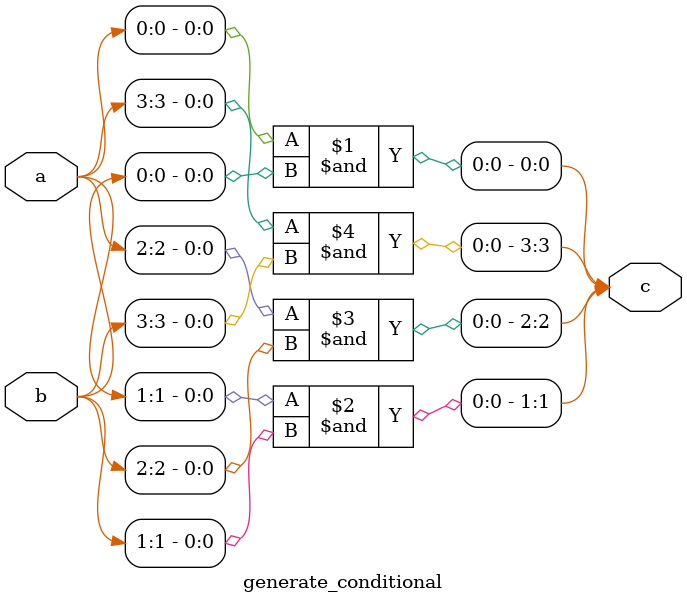
<source format=v>
module generate_conditional #(parameter type = "and1",N=4)(
input [N-1:0]a,b,
output [N-1:0]c
    );
    genvar i;
generate 
 if(type == "and1")
 for(i=0;i<N;i=i+1)
 begin:andlogic
    assign c[i]=a[i]&b[i];
    end
 else
 for(i=0;i<N;i=i+1)
 begin:orlogic
   assign c[i]=a[i]|b[i];
   end
endgenerate
endmodule

</source>
